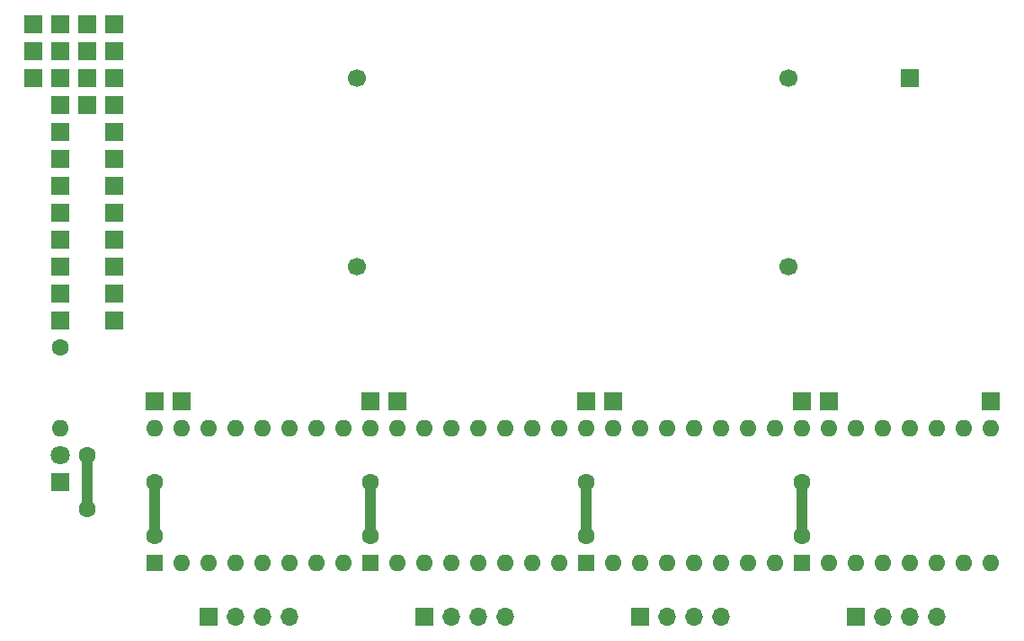
<source format=gbr>
%TF.GenerationSoftware,KiCad,Pcbnew,7.0.10*%
%TF.CreationDate,2024-04-12T16:17:09-04:00*%
%TF.ProjectId,ping_pong,70696e67-5f70-46f6-9e67-2e6b69636164,rev?*%
%TF.SameCoordinates,Original*%
%TF.FileFunction,Copper,L1,Top*%
%TF.FilePolarity,Positive*%
%FSLAX46Y46*%
G04 Gerber Fmt 4.6, Leading zero omitted, Abs format (unit mm)*
G04 Created by KiCad (PCBNEW 7.0.10) date 2024-04-12 16:17:09*
%MOMM*%
%LPD*%
G01*
G04 APERTURE LIST*
%TA.AperFunction,ComponentPad*%
%ADD10R,1.700000X1.700000*%
%TD*%
%TA.AperFunction,ComponentPad*%
%ADD11R,1.600000X1.600000*%
%TD*%
%TA.AperFunction,ComponentPad*%
%ADD12O,1.600000X1.600000*%
%TD*%
%TA.AperFunction,ComponentPad*%
%ADD13O,1.700000X1.700000*%
%TD*%
%TA.AperFunction,ComponentPad*%
%ADD14C,1.600000*%
%TD*%
%TA.AperFunction,ComponentPad*%
%ADD15C,1.700000*%
%TD*%
%TA.AperFunction,ComponentPad*%
%ADD16R,1.800000X1.800000*%
%TD*%
%TA.AperFunction,ComponentPad*%
%ADD17C,1.800000*%
%TD*%
%TA.AperFunction,ViaPad*%
%ADD18C,1.600000*%
%TD*%
%TA.AperFunction,Conductor*%
%ADD19C,1.000000*%
%TD*%
G04 APERTURE END LIST*
D10*
%TO.P,J142,1,Pin_1*%
%TO.N,3.3V*%
X15240000Y-13970000D03*
%TD*%
%TO.P,J128,1,Pin_1*%
%TO.N,GND*%
X17780000Y-39370000D03*
%TD*%
%TO.P,J113,1,Pin_1*%
%TO.N,Net-(A103-STEP)*%
X64770000Y-46990000D03*
%TD*%
D11*
%TO.P,A102,1,GND*%
%TO.N,GND*%
X41910000Y-62230000D03*
D12*
%TO.P,A102,2,VDD*%
%TO.N,5V*%
X44450000Y-62230000D03*
%TO.P,A102,3,1B*%
%TO.N,Net-(A102-1B)*%
X46990000Y-62230000D03*
%TO.P,A102,4,1A*%
%TO.N,Net-(A102-1A)*%
X49530000Y-62230000D03*
%TO.P,A102,5,2A*%
%TO.N,Net-(A102-2A)*%
X52070000Y-62230000D03*
%TO.P,A102,6,2B*%
%TO.N,Net-(A102-2B)*%
X54610000Y-62230000D03*
%TO.P,A102,7,GND*%
%TO.N,unconnected-(A102-GND-Pad7)*%
X57150000Y-62230000D03*
%TO.P,A102,8,VMOT*%
%TO.N,12V*%
X59690000Y-62230000D03*
%TO.P,A102,9,~{ENABLE}*%
%TO.N,ENABLE*%
X59690000Y-49530000D03*
%TO.P,A102,10,MS1*%
%TO.N,unconnected-(A102-MS1-Pad10)*%
X57150000Y-49530000D03*
%TO.P,A102,11,MS2*%
%TO.N,unconnected-(A102-MS2-Pad11)*%
X54610000Y-49530000D03*
%TO.P,A102,12,MS3*%
%TO.N,unconnected-(A102-MS3-Pad12)*%
X52070000Y-49530000D03*
%TO.P,A102,13,~{RESET}*%
%TO.N,Net-(A102-~{RESET})*%
X49530000Y-49530000D03*
%TO.P,A102,14,~{SLEEP}*%
X46990000Y-49530000D03*
%TO.P,A102,15,STEP*%
%TO.N,Net-(A102-STEP)*%
X44450000Y-49530000D03*
%TO.P,A102,16,DIR*%
%TO.N,Net-(A102-DIR)*%
X41910000Y-49530000D03*
%TD*%
D10*
%TO.P,J130,1,Pin_1*%
%TO.N,GND*%
X17780000Y-19050000D03*
%TD*%
D11*
%TO.P,A103,1,GND*%
%TO.N,GND*%
X62230000Y-62230000D03*
D12*
%TO.P,A103,2,VDD*%
%TO.N,5V*%
X64770000Y-62230000D03*
%TO.P,A103,3,1B*%
%TO.N,Net-(A103-1B)*%
X67310000Y-62230000D03*
%TO.P,A103,4,1A*%
%TO.N,Net-(A103-1A)*%
X69850000Y-62230000D03*
%TO.P,A103,5,2A*%
%TO.N,Net-(A103-2A)*%
X72390000Y-62230000D03*
%TO.P,A103,6,2B*%
%TO.N,Net-(A103-2B)*%
X74930000Y-62230000D03*
%TO.P,A103,7,GND*%
%TO.N,unconnected-(A103-GND-Pad7)*%
X77470000Y-62230000D03*
%TO.P,A103,8,VMOT*%
%TO.N,12V*%
X80010000Y-62230000D03*
%TO.P,A103,9,~{ENABLE}*%
%TO.N,ENABLE*%
X80010000Y-49530000D03*
%TO.P,A103,10,MS1*%
%TO.N,unconnected-(A103-MS1-Pad10)*%
X77470000Y-49530000D03*
%TO.P,A103,11,MS2*%
%TO.N,unconnected-(A103-MS2-Pad11)*%
X74930000Y-49530000D03*
%TO.P,A103,12,MS3*%
%TO.N,unconnected-(A103-MS3-Pad12)*%
X72390000Y-49530000D03*
%TO.P,A103,13,~{RESET}*%
%TO.N,Net-(A103-~{RESET})*%
X69850000Y-49530000D03*
%TO.P,A103,14,~{SLEEP}*%
X67310000Y-49530000D03*
%TO.P,A103,15,STEP*%
%TO.N,Net-(A103-STEP)*%
X64770000Y-49530000D03*
%TO.P,A103,16,DIR*%
%TO.N,Net-(A103-DIR)*%
X62230000Y-49530000D03*
%TD*%
D10*
%TO.P,J126,1,Pin_1*%
%TO.N,GND*%
X17780000Y-21590000D03*
%TD*%
%TO.P,J134,1,Pin_1*%
%TO.N,GND*%
X17780000Y-29210000D03*
%TD*%
%TO.P,J144,1,Pin_1*%
%TO.N,3.3V*%
X15240000Y-16510000D03*
%TD*%
%TO.P,J117,1,Pin_1*%
%TO.N,Net-(A104-STEP)*%
X85090000Y-46990000D03*
%TD*%
%TO.P,J118,1,Pin_1*%
%TO.N,Net-(A104-DIR)*%
X82550000Y-46990000D03*
%TD*%
%TO.P,J114,1,Pin_1*%
%TO.N,Net-(A103-DIR)*%
X62230000Y-46990000D03*
%TD*%
%TO.P,J125,1,Pin_1*%
%TO.N,GND*%
X17780000Y-13970000D03*
%TD*%
%TO.P,J108,1,Pin_1*%
%TO.N,Net-(J108-Pin_1)*%
X10160000Y-13970000D03*
%TD*%
%TO.P,J131,1,Pin_1*%
%TO.N,3.3V*%
X15240000Y-11430000D03*
%TD*%
%TO.P,J104,1,Pin_1*%
%TO.N,Net-(A101-1B)*%
X26670000Y-67310000D03*
D13*
%TO.P,J104,2,Pin_2*%
%TO.N,Net-(A101-1A)*%
X29210000Y-67310000D03*
%TO.P,J104,3,Pin_3*%
%TO.N,Net-(A101-2A)*%
X31750000Y-67310000D03*
%TO.P,J104,4,Pin_4*%
%TO.N,Net-(A101-2B)*%
X34290000Y-67310000D03*
%TD*%
D10*
%TO.P,J135,1,Pin_1*%
%TO.N,GND*%
X17780000Y-31750000D03*
%TD*%
%TO.P,J140,1,Pin_1*%
%TO.N,5V*%
X12700000Y-36830000D03*
%TD*%
%TO.P,J122,1,Pin_1*%
%TO.N,5V*%
X12700000Y-16510000D03*
%TD*%
%TO.P,J138,1,Pin_1*%
%TO.N,5V*%
X12700000Y-26670000D03*
%TD*%
D11*
%TO.P,A104,1,GND*%
%TO.N,GND*%
X82550000Y-62220000D03*
D12*
%TO.P,A104,2,VDD*%
%TO.N,5V*%
X85090000Y-62220000D03*
%TO.P,A104,3,1B*%
%TO.N,Net-(A104-1B)*%
X87630000Y-62220000D03*
%TO.P,A104,4,1A*%
%TO.N,Net-(A104-1A)*%
X90170000Y-62220000D03*
%TO.P,A104,5,2A*%
%TO.N,Net-(A104-2A)*%
X92710000Y-62220000D03*
%TO.P,A104,6,2B*%
%TO.N,Net-(A104-2B)*%
X95250000Y-62220000D03*
%TO.P,A104,7,GND*%
%TO.N,unconnected-(A104-GND-Pad7)*%
X97790000Y-62220000D03*
%TO.P,A104,8,VMOT*%
%TO.N,12V*%
X100330000Y-62220000D03*
%TO.P,A104,9,~{ENABLE}*%
%TO.N,ENABLE*%
X100330000Y-49520000D03*
%TO.P,A104,10,MS1*%
%TO.N,unconnected-(A104-MS1-Pad10)*%
X97790000Y-49520000D03*
%TO.P,A104,11,MS2*%
%TO.N,unconnected-(A104-MS2-Pad11)*%
X95250000Y-49520000D03*
%TO.P,A104,12,MS3*%
%TO.N,unconnected-(A104-MS3-Pad12)*%
X92710000Y-49520000D03*
%TO.P,A104,13,~{RESET}*%
%TO.N,Net-(A104-~{RESET})*%
X90170000Y-49520000D03*
%TO.P,A104,14,~{SLEEP}*%
X87630000Y-49520000D03*
%TO.P,A104,15,STEP*%
%TO.N,Net-(A104-STEP)*%
X85090000Y-49520000D03*
%TO.P,A104,16,DIR*%
%TO.N,Net-(A104-DIR)*%
X82550000Y-49520000D03*
%TD*%
D10*
%TO.P,J106,1,Pin_1*%
%TO.N,Net-(A101-STEP)*%
X24130000Y-46990000D03*
%TD*%
%TO.P,J129,1,Pin_1*%
%TO.N,5V*%
X12700000Y-24130000D03*
%TD*%
%TO.P,J115,1,Pin_1*%
%TO.N,Net-(A103-1B)*%
X67310000Y-67310000D03*
D13*
%TO.P,J115,2,Pin_2*%
%TO.N,Net-(A103-1A)*%
X69850000Y-67310000D03*
%TO.P,J115,3,Pin_3*%
%TO.N,Net-(A103-2A)*%
X72390000Y-67310000D03*
%TO.P,J115,4,Pin_4*%
%TO.N,Net-(A103-2B)*%
X74930000Y-67310000D03*
%TD*%
D11*
%TO.P,A101,1,GND*%
%TO.N,GND*%
X21590000Y-62230000D03*
D12*
%TO.P,A101,2,VDD*%
%TO.N,5V*%
X24130000Y-62230000D03*
%TO.P,A101,3,1B*%
%TO.N,Net-(A101-1B)*%
X26670000Y-62230000D03*
%TO.P,A101,4,1A*%
%TO.N,Net-(A101-1A)*%
X29210000Y-62230000D03*
%TO.P,A101,5,2A*%
%TO.N,Net-(A101-2A)*%
X31750000Y-62230000D03*
%TO.P,A101,6,2B*%
%TO.N,Net-(A101-2B)*%
X34290000Y-62230000D03*
%TO.P,A101,7,GND*%
%TO.N,unconnected-(A101-GND-Pad7)*%
X36830000Y-62230000D03*
%TO.P,A101,8,VMOT*%
%TO.N,12V*%
X39370000Y-62230000D03*
%TO.P,A101,9,~{ENABLE}*%
%TO.N,ENABLE*%
X39370000Y-49530000D03*
%TO.P,A101,10,MS1*%
%TO.N,unconnected-(A101-MS1-Pad10)*%
X36830000Y-49530000D03*
%TO.P,A101,11,MS2*%
%TO.N,unconnected-(A101-MS2-Pad11)*%
X34290000Y-49530000D03*
%TO.P,A101,12,MS3*%
%TO.N,unconnected-(A101-MS3-Pad12)*%
X31750000Y-49530000D03*
%TO.P,A101,13,~{RESET}*%
%TO.N,Net-(A101-~{RESET})*%
X29210000Y-49530000D03*
%TO.P,A101,14,~{SLEEP}*%
X26670000Y-49530000D03*
%TO.P,A101,15,STEP*%
%TO.N,Net-(A101-STEP)*%
X24130000Y-49530000D03*
%TO.P,A101,16,DIR*%
%TO.N,Net-(A101-DIR)*%
X21590000Y-49530000D03*
%TD*%
D10*
%TO.P,J121,1,Pin_1*%
%TO.N,5V*%
X12700000Y-13970000D03*
%TD*%
%TO.P,J127,1,Pin_1*%
%TO.N,GND*%
X17780000Y-26670000D03*
%TD*%
%TO.P,J120,1,Pin_1*%
%TO.N,6V*%
X92710000Y-16510000D03*
%TD*%
%TO.P,J133,1,Pin_1*%
%TO.N,GND*%
X17780000Y-24130000D03*
%TD*%
%TO.P,J132,1,Pin_1*%
%TO.N,GND*%
X17780000Y-16510000D03*
%TD*%
%TO.P,J123,1,Pin_1*%
%TO.N,5V*%
X12700000Y-19050000D03*
%TD*%
%TO.P,J107,1,Pin_1*%
%TO.N,Net-(A101-DIR)*%
X21590000Y-46990000D03*
%TD*%
%TO.P,J119,1,Pin_1*%
%TO.N,Net-(A104-1B)*%
X87630000Y-67285000D03*
D13*
%TO.P,J119,2,Pin_2*%
%TO.N,Net-(A104-1A)*%
X90170000Y-67285000D03*
%TO.P,J119,3,Pin_3*%
%TO.N,Net-(A104-2A)*%
X92710000Y-67285000D03*
%TO.P,J119,4,Pin_4*%
%TO.N,Net-(A104-2B)*%
X95250000Y-67285000D03*
%TD*%
D14*
%TO.P,R101,1*%
%TO.N,5V*%
X12700000Y-41910000D03*
D12*
%TO.P,R101,2*%
%TO.N,Net-(D101-A)*%
X12700000Y-49530000D03*
%TD*%
D10*
%TO.P,J105,1,Pin_1*%
%TO.N,ENABLE*%
X100330000Y-46990000D03*
%TD*%
D15*
%TO.P,U101,1,IN+*%
%TO.N,12V*%
X40640000Y-16510000D03*
%TO.P,U101,2,IN-*%
%TO.N,GND*%
X40640000Y-34290000D03*
%TO.P,U101,3,OUT+*%
%TO.N,6V*%
X81280000Y-16510000D03*
%TO.P,U101,4,OUT-*%
%TO.N,unconnected-(U101-OUT--Pad4)*%
X81280000Y-34290000D03*
%TD*%
D10*
%TO.P,J112,1,Pin_1*%
%TO.N,Net-(J108-Pin_1)*%
X10160000Y-11430000D03*
%TD*%
%TO.P,J101,1,Pin_1*%
%TO.N,5V*%
X12700000Y-11430000D03*
%TD*%
%TO.P,J147,1,Pin_1*%
%TO.N,GND*%
X17780000Y-34290000D03*
%TD*%
%TO.P,J111,1,Pin_1*%
%TO.N,Net-(A102-1B)*%
X46990000Y-67310000D03*
D13*
%TO.P,J111,2,Pin_2*%
%TO.N,Net-(A102-1A)*%
X49530000Y-67310000D03*
%TO.P,J111,3,Pin_3*%
%TO.N,Net-(A102-2A)*%
X52070000Y-67310000D03*
%TO.P,J111,4,Pin_4*%
%TO.N,Net-(A102-2B)*%
X54610000Y-67310000D03*
%TD*%
D10*
%TO.P,J103,1,Pin_1*%
%TO.N,GND*%
X17780000Y-11430000D03*
%TD*%
%TO.P,J143,1,Pin_1*%
%TO.N,3.3V*%
X15240000Y-19050000D03*
%TD*%
%TO.P,J102,1,Pin_1*%
%TO.N,12V*%
X10160000Y-16510000D03*
%TD*%
%TO.P,J109,1,Pin_1*%
%TO.N,Net-(A102-STEP)*%
X44450000Y-46990000D03*
%TD*%
%TO.P,J148,1,Pin_1*%
%TO.N,GND*%
X17780000Y-36830000D03*
%TD*%
%TO.P,J145,1,Pin_1*%
%TO.N,5V*%
X12700000Y-29210000D03*
%TD*%
D16*
%TO.P,D101,1,K*%
%TO.N,GND*%
X12700000Y-54610000D03*
D17*
%TO.P,D101,2,A*%
%TO.N,Net-(D101-A)*%
X12700000Y-52070000D03*
%TD*%
D10*
%TO.P,J110,1,Pin_1*%
%TO.N,Net-(A102-DIR)*%
X41910000Y-46990000D03*
%TD*%
%TO.P,J146,1,Pin_1*%
%TO.N,5V*%
X12700000Y-31750000D03*
%TD*%
%TO.P,J139,1,Pin_1*%
%TO.N,5V*%
X12700000Y-34290000D03*
%TD*%
%TO.P,J124,1,Pin_1*%
%TO.N,5V*%
X12700000Y-21590000D03*
%TD*%
%TO.P,J141,1,Pin_1*%
%TO.N,5V*%
X12700000Y-39370000D03*
%TD*%
D18*
%TO.N,GND*%
X21590000Y-54610000D03*
X82550000Y-59690000D03*
X62230000Y-54610000D03*
X21590000Y-59690000D03*
X62230000Y-59690000D03*
X41910000Y-54610000D03*
X41910000Y-59690000D03*
X82550000Y-54610000D03*
%TO.N,5V*%
X15240000Y-57150000D03*
X15240000Y-52070000D03*
%TD*%
D19*
%TO.N,GND*%
X82550000Y-54610000D02*
X82550000Y-59690000D01*
X21590000Y-54610000D02*
X21590000Y-59690000D01*
X62230000Y-54610000D02*
X62230000Y-59690000D01*
X41910000Y-54610000D02*
X41910000Y-59690000D01*
%TO.N,5V*%
X15240000Y-52070000D02*
X15240000Y-57150000D01*
%TD*%
M02*

</source>
